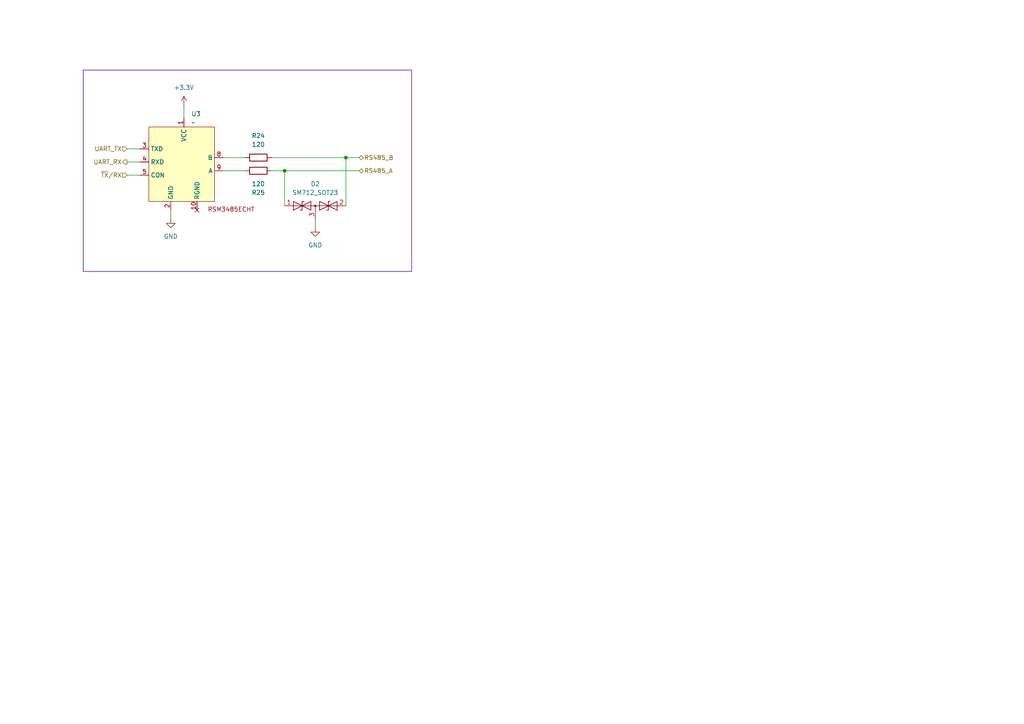
<source format=kicad_sch>
(kicad_sch (version 20250114) (generator "eeschema") (generator_version "9.0")
  (paper "A4")
  (lib_symbols
    (symbol "Device:R" (pin_numbers (hide yes)) (pin_names (offset 0))
      (property "Reference" "R" (at 2.032 0 90))
      (property "Value" "R" (at 0 0 90))
      (symbol "R_0_1"
        (rectangle (start -1.016 -2.54) (end 1.016 2.54) (stroke (width 0.254)))
      )
      (symbol "R_1_1"
        (pin passive line (at 0 3.81 270) (length 1.27) (name "~") (number "1"))
        (pin passive line (at 0 -3.81 90) (length 1.27) (name "~") (number "2"))
      )
    )
    (symbol "Diode:SM712_SOT23" (pin_names (offset 1.016) (hide yes))
      (property "Reference" "D" (at 0 4.445 0))
      (property "Value" "SM712_SOT23" (at 0 2.54 0))
      (symbol "SM712_SOT23_0_0"
        (polyline (pts (xy 0 -1.27) (xy 0 0)))
      )
      (symbol "SM712_SOT23_0_1"
        (polyline (pts (xy -6.35 0) (xy 6.35 0)))
        (polyline (pts (xy -6.35 -1.27) (xy -1.27 1.27) (xy -1.27 -1.27) (xy -6.35 1.27) (xy -6.35 -1.27)) (stroke (width 0.2032)))
        (polyline (pts (xy -3.302 1.27) (xy -3.81 1.27) (xy -3.81 -1.27) (xy -4.318 -1.27)) (stroke (width 0.2032)))
        (circle (center 0 0) (radius 0.254) (fill (type outline)))
        (polyline (pts (xy 1.27 -1.27) (xy 1.27 1.27) (xy 6.35 -1.27) (xy 6.35 1.27) (xy 1.27 -1.27)) (stroke (width 0.2032)))
        (polyline (pts (xy 4.318 1.27) (xy 3.81 1.27) (xy 3.81 -1.27) (xy 3.302 -1.27)) (stroke (width 0.2032)))
      )
      (symbol "SM712_SOT23_1_1"
        (pin passive line (at -8.89 0 0) (length 2.54) (name "A1") (number "1"))
        (pin input line (at 0 -3.81 90) (length 2.54) (name "common") (number "3"))
        (pin passive line (at 8.89 0 180) (length 2.54) (name "A2") (number "2"))
      )
    )
    (symbol "Riqi_Parts:YLPTEC_RSM3485ECHT"
      (property "Reference" "U" (at 1.778 1.016 0))
      (symbol "YLPTEC_RSM3485ECHT_1_1"
        (rectangle (start -15.24 -1.27) (end 3.81 -22.86) (fill (type background)))
        (text "RSM3485ECHT" (at 8.636 -25.146 0) (effects (font (size 1.27 1.27))))
        (pin bidirectional line (at -17.78 -7.62 0) (length 2.54) (name "TXD") (number "3"))
        (pin bidirectional line (at -17.78 -11.43 0) (length 2.54) (name "RXD") (number "4"))
        (pin bidirectional line (at -17.78 -15.24 0) (length 2.54) (name "CON") (number "5"))
        (pin power_in line (at -8.89 -25.4 90) (length 2.54) (name "GND") (number "2"))
        (pin power_in line (at -5.08 1.27 270) (length 2.54) (name "VCC") (number "1"))
        (pin power_in line (at -1.27 -25.4 90) (length 2.54) (name "RGND") (number "10"))
        (pin bidirectional line (at 6.35 -10.16 180) (length 2.54) (name "B") (number "8"))
        (pin bidirectional line (at 6.35 -13.97 180) (length 2.54) (name "A") (number "9"))
      )
    )
    (symbol "power:+3.3V" (power) (pin_numbers (hide yes)) (pin_names (offset 0) (hide yes))
      (property "Value" "+3.3V" (at 0 3.556 0))
      (symbol "+3.3V_0_1"
        (polyline (pts (xy -0.762 1.27) (xy 0 2.54)))
        (polyline (pts (xy 0 2.54) (xy 0.762 1.27)))
        (polyline (pts (xy 0 0) (xy 0 2.54)))
      )
      (symbol "+3.3V_1_1"
        (pin power_in line (at 0 0 90) (length 0) (name "~") (number "1"))
      )
    )
    (symbol "power:GND" (power) (pin_numbers (hide yes)) (pin_names (offset 0) (hide yes))
      (property "Value" "GND" (at 0 -3.81 0))
      (symbol "GND_0_1"
        (polyline (pts (xy 0 0) (xy 0 -1.27) (xy 1.27 -1.27) (xy 0 -2.54) (xy -1.27 -1.27) (xy 0 -1.27)))
      )
      (symbol "GND_1_1"
        (pin power_in line (at 0 0 270) (length 0) (name "~") (number "1"))
      )
    )
  )
  (rectangle (start 24.13 20.32) (end 119.38 78.74))
  (junction (at 82.55 49.53))
  (junction (at 100.33 45.72))
  (no_connect (at 57.15 60.96))
  (wire (pts (xy 64.77 49.53) (xy 71.12 49.53)))
  (wire (pts (xy 82.55 49.53) (xy 104.14 49.53)))
  (wire (pts (xy 91.44 63.5) (xy 91.44 66.04)))
  (wire (pts (xy 64.77 45.72) (xy 71.12 45.72)))
  (wire (pts (xy 100.33 45.72) (xy 100.33 59.69)))
  (wire (pts (xy 49.53 60.96) (xy 49.53 63.5)))
  (wire (pts (xy 53.34 30.48) (xy 53.34 34.29)))
  (wire (pts (xy 100.33 45.72) (xy 104.14 45.72)))
  (wire (pts (xy 36.83 50.8) (xy 40.64 50.8)))
  (wire (pts (xy 78.74 49.53) (xy 82.55 49.53)))
  (wire (pts (xy 36.83 43.18) (xy 40.64 43.18)))
  (wire (pts (xy 78.74 45.72) (xy 100.33 45.72)))
  (wire (pts (xy 82.55 49.53) (xy 82.55 59.69)))
  (wire (pts (xy 36.83 46.99) (xy 40.64 46.99)))
  (hierarchical_label "UART_RX" (shape output) (at 36.83 46.99 180))
  (hierarchical_label "RS485_A" (shape bidirectional) (at 104.14 49.53 0))
  (hierarchical_label "~{TX}{slash}RX" (shape input) (at 36.83 50.8 180))
  (hierarchical_label "UART_TX" (shape input) (at 36.83 43.18 180))
  (hierarchical_label "RS485_B" (shape bidirectional) (at 104.14 45.72 0))
  (symbol (lib_id "power:GND") (at 49.53 63.5 0) (unit 1)
    (property "Reference" "#PWR16" (effects (hide yes)))
    (property "Value" "GND" (at 49.53 68.58 0))
    (property "Description" "Power symbol creates a global label with name \"GND\" , ground" (effects (hide yes)))
  )
  (symbol (lib_id "Device:R") (at 74.93 45.72 90) (unit 1)
    (property "Reference" "R24" (at 74.93 39.37 90))
    (property "Value" "120" (at 74.93 41.91 90))
    (property "Description" "Resistor" (effects (hide yes)))
  )
  (symbol (lib_id "Riqi_Parts:YLPTEC_RSM3485ECHT") (at 58.42 35.56 0) (unit 1)
    (property "Reference" "U3" (at 55.4833 33.02 0) (effects (justify left)))
    (property "Value" "~" (at 55.4833 35.56 0) (effects (justify left)))
    (property "Footprint" "Riqi_Parts:YLPTEC RSM3485ECHT" (effects (hide yes)))
    (property "Datasheet" "https://lcsc.com/datasheet/lcsc_datasheet_2411051508_YLPTEC-RSM3485ECHT_C2992406.pdf" (effects (hide yes)))
    (property "Description" "RS485 ISOLATED MODULE" (effects (hide yes)))
  )
  (symbol (lib_id "Diode:SM712_SOT23") (at 91.44 59.69 0) (unit 1)
    (property "Reference" "D2" (at 91.44 53.34 0))
    (property "Value" "SM712_SOT23" (at 91.44 55.88 0))
    (property "Footprint" "Package_TO_SOT_SMD:SOT-23" (effects (hide yes)))
    (property "Datasheet" "https://www.littelfuse.com/~/media/electronics/datasheets/tvs_diode_arrays/littelfuse_tvs_diode_array_sm712_datasheet.pdf.pdf" (effects (hide yes)))
    (property "Description" "7V/12V, 600W Asymmetrical TVS Diode Array, SOT-23" (effects (hide yes)))
  )
  (symbol (lib_id "Device:R") (at 74.93 49.53 90) (mirror x) (unit 1)
    (property "Reference" "R25" (at 74.93 55.88 90))
    (property "Value" "120" (at 74.93 53.34 90))
    (property "Description" "Resistor" (effects (hide yes)))
  )
  (symbol (lib_id "power:+3.3V") (at 53.34 30.48 0) (unit 1)
    (property "Reference" "#PWR17" (effects (hide yes)))
    (property "Value" "+3.3V" (at 53.34 25.4 0))
    (property "Description" "Power symbol creates a global label with name \"+3.3V\"" (effects (hide yes)))
  )
  (symbol (lib_id "power:GND") (at 91.44 66.04 0) (unit 1)
    (property "Reference" "#PWR052" (effects (hide yes)))
    (property "Value" "GND" (at 91.44 71.12 0))
    (property "Description" "Power symbol creates a global label with name \"GND\" , ground" (effects (hide yes)))
  )
)
</source>
